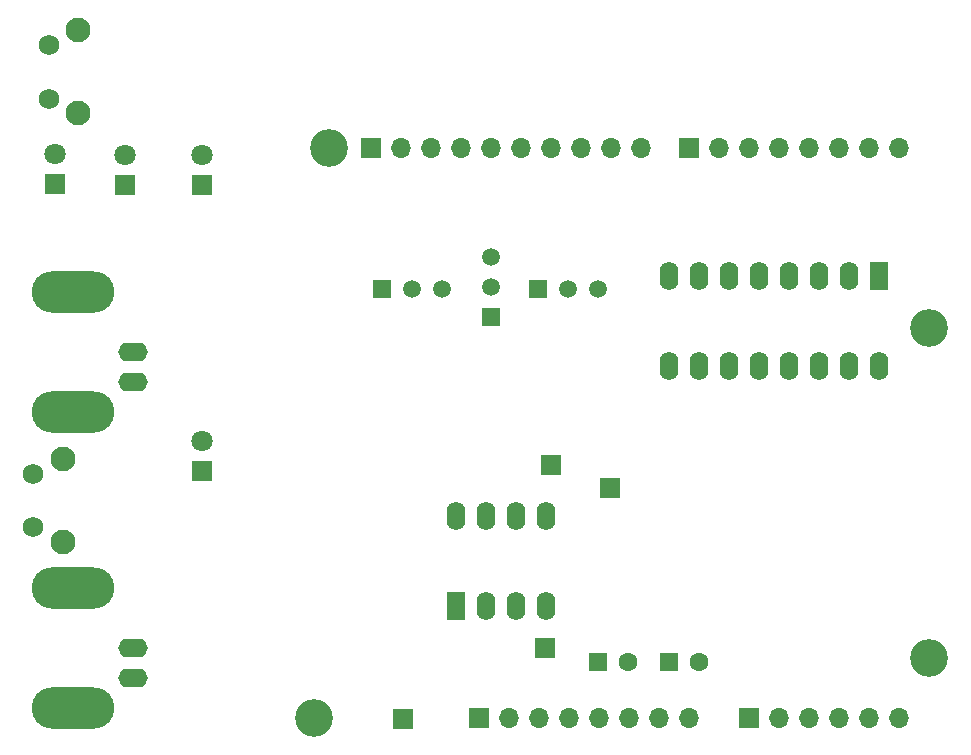
<source format=gbr>
%TF.GenerationSoftware,KiCad,Pcbnew,7.0.2*%
%TF.CreationDate,2023-10-12T23:28:15+02:00*%
%TF.ProjectId,pulse_generator_v2,70756c73-655f-4676-956e-657261746f72,rev?*%
%TF.SameCoordinates,Original*%
%TF.FileFunction,Soldermask,Bot*%
%TF.FilePolarity,Negative*%
%FSLAX46Y46*%
G04 Gerber Fmt 4.6, Leading zero omitted, Abs format (unit mm)*
G04 Created by KiCad (PCBNEW 7.0.2) date 2023-10-12 23:28:15*
%MOMM*%
%LPD*%
G01*
G04 APERTURE LIST*
%ADD10R,1.700000X1.700000*%
%ADD11C,2.100000*%
%ADD12C,1.750000*%
%ADD13R,1.800000X1.800000*%
%ADD14C,1.800000*%
%ADD15O,2.500000X1.600000*%
%ADD16O,7.000000X3.500000*%
%ADD17R,1.600000X1.600000*%
%ADD18C,1.600000*%
%ADD19R,1.600000X2.400000*%
%ADD20O,1.600000X2.400000*%
%ADD21C,3.200000*%
%ADD22R,1.500000X1.500000*%
%ADD23C,1.500000*%
%ADD24O,1.700000X1.700000*%
G04 APERTURE END LIST*
D10*
%TO.C,TP2*%
X133500000Y-91500000D03*
%TD*%
D11*
%TO.C,SW1*%
X92702500Y-82525000D03*
X92702500Y-75515000D03*
D12*
X90212500Y-81275000D03*
X90212500Y-76775000D03*
%TD*%
D13*
%TO.C,D6*%
X92000000Y-52275000D03*
D14*
X92000000Y-49735000D03*
%TD*%
D13*
%TO.C,D3*%
X98000000Y-52300000D03*
D14*
X98000000Y-49760000D03*
%TD*%
D15*
%TO.C,J5*%
X98600000Y-91500000D03*
D16*
X93520000Y-96580000D03*
D15*
X98600000Y-94040000D03*
D16*
X93520000Y-86420000D03*
%TD*%
D13*
%TO.C,D5*%
X104500000Y-52300000D03*
D14*
X104500000Y-49760000D03*
%TD*%
D10*
%TO.C,TP4*%
X134000000Y-76000000D03*
%TD*%
D17*
%TO.C,C4*%
X138044888Y-92750000D03*
D18*
X140544888Y-92750000D03*
%TD*%
D19*
%TO.C,U1*%
X126000000Y-88000000D03*
D20*
X128540000Y-88000000D03*
X131080000Y-88000000D03*
X133620000Y-88000000D03*
X133620000Y-80380000D03*
X131080000Y-80380000D03*
X128540000Y-80380000D03*
X126000000Y-80380000D03*
%TD*%
D21*
%TO.C,MH1*%
X115240000Y-49200000D03*
%TD*%
D19*
%TO.C,U3*%
X161780000Y-60000000D03*
D20*
X159240000Y-60000000D03*
X156700000Y-60000000D03*
X154160000Y-60000000D03*
X151620000Y-60000000D03*
X149080000Y-60000000D03*
X146540000Y-60000000D03*
X144000000Y-60000000D03*
X144000000Y-67620000D03*
X146540000Y-67620000D03*
X149080000Y-67620000D03*
X151620000Y-67620000D03*
X154160000Y-67620000D03*
X156700000Y-67620000D03*
X159240000Y-67620000D03*
X161780000Y-67620000D03*
%TD*%
D13*
%TO.C,D4*%
X104500000Y-76500000D03*
D14*
X104500000Y-73960000D03*
%TD*%
D17*
%TO.C,C2*%
X144044888Y-92750000D03*
D18*
X146544888Y-92750000D03*
%TD*%
D10*
%TO.C,TP1*%
X139000000Y-78000000D03*
%TD*%
%TO.C,TP3*%
X121500000Y-97500000D03*
%TD*%
D11*
%TO.C,SW2*%
X93990000Y-46250000D03*
X93990000Y-39240000D03*
D12*
X91500000Y-45000000D03*
X91500000Y-40500000D03*
%TD*%
D22*
%TO.C,Q3*%
X132960000Y-61100000D03*
D23*
X135500000Y-61100000D03*
X138040000Y-61100000D03*
%TD*%
D22*
%TO.C,Q1*%
X119760000Y-61100000D03*
D23*
X122300000Y-61100000D03*
X124840000Y-61100000D03*
%TD*%
D21*
%TO.C,MH2*%
X113970000Y-97460000D03*
%TD*%
%TO.C,MH3*%
X166040000Y-64440000D03*
%TD*%
D22*
%TO.C,Q2*%
X128960000Y-63540000D03*
D23*
X128960000Y-61000000D03*
X128960000Y-58460000D03*
%TD*%
D21*
%TO.C,MH4*%
X166040000Y-92380000D03*
%TD*%
D15*
%TO.C,J6*%
X98600000Y-66500000D03*
D16*
X93520000Y-71580000D03*
D15*
X98600000Y-69040000D03*
D16*
X93520000Y-61420000D03*
%TD*%
D24*
%TO.C,J1*%
X145720000Y-97460000D03*
X143180000Y-97460000D03*
X140640000Y-97460000D03*
X138100000Y-97460000D03*
X135560000Y-97460000D03*
X133020000Y-97460000D03*
X130480000Y-97460000D03*
D10*
X127940000Y-97460000D03*
%TD*%
%TO.C,J3*%
X150800000Y-97460000D03*
D24*
X153340000Y-97460000D03*
X155880000Y-97460000D03*
X158420000Y-97460000D03*
X160960000Y-97460000D03*
X163500000Y-97460000D03*
%TD*%
D10*
%TO.C,J2*%
X118800000Y-49200000D03*
D24*
X121340000Y-49200000D03*
X123880000Y-49200000D03*
X126420000Y-49200000D03*
X128960000Y-49200000D03*
X131500000Y-49200000D03*
X134040000Y-49200000D03*
X136580000Y-49200000D03*
X139120000Y-49200000D03*
X141660000Y-49200000D03*
%TD*%
D10*
%TO.C,J4*%
X145700000Y-49200000D03*
D24*
X148240000Y-49200000D03*
X150780000Y-49200000D03*
X153320000Y-49200000D03*
X155860000Y-49200000D03*
X158400000Y-49200000D03*
X160940000Y-49200000D03*
X163480000Y-49200000D03*
%TD*%
M02*

</source>
